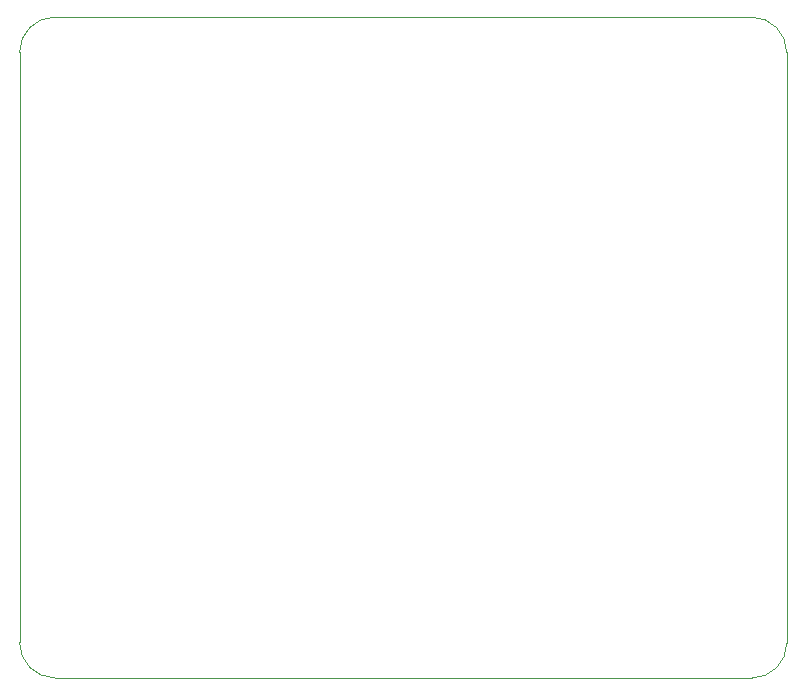
<source format=gbr>
%TF.GenerationSoftware,KiCad,Pcbnew,9.0.5*%
%TF.CreationDate,2025-10-24T16:15:46+02:00*%
%TF.ProjectId,poe4pi,706f6534-7069-42e6-9b69-6361645f7063,rev?*%
%TF.SameCoordinates,Original*%
%TF.FileFunction,Profile,NP*%
%FSLAX46Y46*%
G04 Gerber Fmt 4.6, Leading zero omitted, Abs format (unit mm)*
G04 Created by KiCad (PCBNEW 9.0.5) date 2025-10-24 16:15:46*
%MOMM*%
%LPD*%
G01*
G04 APERTURE LIST*
%TA.AperFunction,Profile*%
%ADD10C,0.050000*%
%TD*%
G04 APERTURE END LIST*
D10*
X28021320Y-36021320D02*
X28021320Y-85978700D01*
X31021300Y-88978680D02*
X90000000Y-89000000D01*
X93000000Y-86000000D02*
X92978680Y-36021320D01*
X28021320Y-36021320D02*
G75*
G02*
X31021320Y-33021320I3000000J0D01*
G01*
X89978680Y-33021320D02*
G75*
G02*
X92978680Y-36021320I20J-2999980D01*
G01*
X93000000Y-86000000D02*
G75*
G02*
X90000000Y-89000000I-3000000J0D01*
G01*
X31021320Y-88978680D02*
G75*
G02*
X28021320Y-85978680I-20J2999980D01*
G01*
X31021320Y-33021320D02*
X89978700Y-33021320D01*
M02*

</source>
